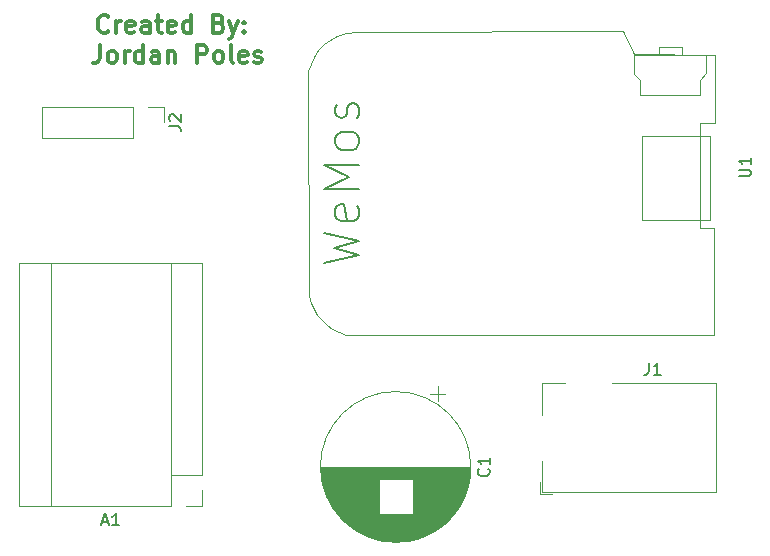
<source format=gbr>
G04 #@! TF.GenerationSoftware,KiCad,Pcbnew,(5.0.0)*
G04 #@! TF.CreationDate,2018-09-27T22:56:36-04:00*
G04 #@! TF.ProjectId,first attempt,666972737420617474656D70742E6B69,rev?*
G04 #@! TF.SameCoordinates,Original*
G04 #@! TF.FileFunction,Legend,Top*
G04 #@! TF.FilePolarity,Positive*
%FSLAX46Y46*%
G04 Gerber Fmt 4.6, Leading zero omitted, Abs format (unit mm)*
G04 Created by KiCad (PCBNEW (5.0.0)) date 09/27/18 22:56:36*
%MOMM*%
%LPD*%
G01*
G04 APERTURE LIST*
%ADD10C,0.300000*%
%ADD11C,0.120000*%
%ADD12C,0.100000*%
%ADD13C,0.150000*%
G04 APERTURE END LIST*
D10*
X163652142Y-81810714D02*
X163580714Y-81882142D01*
X163366428Y-81953571D01*
X163223571Y-81953571D01*
X163009285Y-81882142D01*
X162866428Y-81739285D01*
X162795000Y-81596428D01*
X162723571Y-81310714D01*
X162723571Y-81096428D01*
X162795000Y-80810714D01*
X162866428Y-80667857D01*
X163009285Y-80525000D01*
X163223571Y-80453571D01*
X163366428Y-80453571D01*
X163580714Y-80525000D01*
X163652142Y-80596428D01*
X164295000Y-81953571D02*
X164295000Y-80953571D01*
X164295000Y-81239285D02*
X164366428Y-81096428D01*
X164437857Y-81025000D01*
X164580714Y-80953571D01*
X164723571Y-80953571D01*
X165795000Y-81882142D02*
X165652142Y-81953571D01*
X165366428Y-81953571D01*
X165223571Y-81882142D01*
X165152142Y-81739285D01*
X165152142Y-81167857D01*
X165223571Y-81025000D01*
X165366428Y-80953571D01*
X165652142Y-80953571D01*
X165795000Y-81025000D01*
X165866428Y-81167857D01*
X165866428Y-81310714D01*
X165152142Y-81453571D01*
X167152142Y-81953571D02*
X167152142Y-81167857D01*
X167080714Y-81025000D01*
X166937857Y-80953571D01*
X166652142Y-80953571D01*
X166509285Y-81025000D01*
X167152142Y-81882142D02*
X167009285Y-81953571D01*
X166652142Y-81953571D01*
X166509285Y-81882142D01*
X166437857Y-81739285D01*
X166437857Y-81596428D01*
X166509285Y-81453571D01*
X166652142Y-81382142D01*
X167009285Y-81382142D01*
X167152142Y-81310714D01*
X167652142Y-80953571D02*
X168223571Y-80953571D01*
X167866428Y-80453571D02*
X167866428Y-81739285D01*
X167937857Y-81882142D01*
X168080714Y-81953571D01*
X168223571Y-81953571D01*
X169295000Y-81882142D02*
X169152142Y-81953571D01*
X168866428Y-81953571D01*
X168723571Y-81882142D01*
X168652142Y-81739285D01*
X168652142Y-81167857D01*
X168723571Y-81025000D01*
X168866428Y-80953571D01*
X169152142Y-80953571D01*
X169295000Y-81025000D01*
X169366428Y-81167857D01*
X169366428Y-81310714D01*
X168652142Y-81453571D01*
X170652142Y-81953571D02*
X170652142Y-80453571D01*
X170652142Y-81882142D02*
X170509285Y-81953571D01*
X170223571Y-81953571D01*
X170080714Y-81882142D01*
X170009285Y-81810714D01*
X169937857Y-81667857D01*
X169937857Y-81239285D01*
X170009285Y-81096428D01*
X170080714Y-81025000D01*
X170223571Y-80953571D01*
X170509285Y-80953571D01*
X170652142Y-81025000D01*
X173009285Y-81167857D02*
X173223571Y-81239285D01*
X173295000Y-81310714D01*
X173366428Y-81453571D01*
X173366428Y-81667857D01*
X173295000Y-81810714D01*
X173223571Y-81882142D01*
X173080714Y-81953571D01*
X172509285Y-81953571D01*
X172509285Y-80453571D01*
X173009285Y-80453571D01*
X173152142Y-80525000D01*
X173223571Y-80596428D01*
X173295000Y-80739285D01*
X173295000Y-80882142D01*
X173223571Y-81025000D01*
X173152142Y-81096428D01*
X173009285Y-81167857D01*
X172509285Y-81167857D01*
X173866428Y-80953571D02*
X174223571Y-81953571D01*
X174580714Y-80953571D02*
X174223571Y-81953571D01*
X174080714Y-82310714D01*
X174009285Y-82382142D01*
X173866428Y-82453571D01*
X175152142Y-81810714D02*
X175223571Y-81882142D01*
X175152142Y-81953571D01*
X175080714Y-81882142D01*
X175152142Y-81810714D01*
X175152142Y-81953571D01*
X175152142Y-81025000D02*
X175223571Y-81096428D01*
X175152142Y-81167857D01*
X175080714Y-81096428D01*
X175152142Y-81025000D01*
X175152142Y-81167857D01*
X162937857Y-83003571D02*
X162937857Y-84075000D01*
X162866428Y-84289285D01*
X162723571Y-84432142D01*
X162509285Y-84503571D01*
X162366428Y-84503571D01*
X163866428Y-84503571D02*
X163723571Y-84432142D01*
X163652142Y-84360714D01*
X163580714Y-84217857D01*
X163580714Y-83789285D01*
X163652142Y-83646428D01*
X163723571Y-83575000D01*
X163866428Y-83503571D01*
X164080714Y-83503571D01*
X164223571Y-83575000D01*
X164295000Y-83646428D01*
X164366428Y-83789285D01*
X164366428Y-84217857D01*
X164295000Y-84360714D01*
X164223571Y-84432142D01*
X164080714Y-84503571D01*
X163866428Y-84503571D01*
X165009285Y-84503571D02*
X165009285Y-83503571D01*
X165009285Y-83789285D02*
X165080714Y-83646428D01*
X165152142Y-83575000D01*
X165295000Y-83503571D01*
X165437857Y-83503571D01*
X166580714Y-84503571D02*
X166580714Y-83003571D01*
X166580714Y-84432142D02*
X166437857Y-84503571D01*
X166152142Y-84503571D01*
X166009285Y-84432142D01*
X165937857Y-84360714D01*
X165866428Y-84217857D01*
X165866428Y-83789285D01*
X165937857Y-83646428D01*
X166009285Y-83575000D01*
X166152142Y-83503571D01*
X166437857Y-83503571D01*
X166580714Y-83575000D01*
X167937857Y-84503571D02*
X167937857Y-83717857D01*
X167866428Y-83575000D01*
X167723571Y-83503571D01*
X167437857Y-83503571D01*
X167295000Y-83575000D01*
X167937857Y-84432142D02*
X167795000Y-84503571D01*
X167437857Y-84503571D01*
X167295000Y-84432142D01*
X167223571Y-84289285D01*
X167223571Y-84146428D01*
X167295000Y-84003571D01*
X167437857Y-83932142D01*
X167795000Y-83932142D01*
X167937857Y-83860714D01*
X168652142Y-83503571D02*
X168652142Y-84503571D01*
X168652142Y-83646428D02*
X168723571Y-83575000D01*
X168866428Y-83503571D01*
X169080714Y-83503571D01*
X169223571Y-83575000D01*
X169295000Y-83717857D01*
X169295000Y-84503571D01*
X171152142Y-84503571D02*
X171152142Y-83003571D01*
X171723571Y-83003571D01*
X171866428Y-83075000D01*
X171937857Y-83146428D01*
X172009285Y-83289285D01*
X172009285Y-83503571D01*
X171937857Y-83646428D01*
X171866428Y-83717857D01*
X171723571Y-83789285D01*
X171152142Y-83789285D01*
X172866428Y-84503571D02*
X172723571Y-84432142D01*
X172652142Y-84360714D01*
X172580714Y-84217857D01*
X172580714Y-83789285D01*
X172652142Y-83646428D01*
X172723571Y-83575000D01*
X172866428Y-83503571D01*
X173080714Y-83503571D01*
X173223571Y-83575000D01*
X173295000Y-83646428D01*
X173366428Y-83789285D01*
X173366428Y-84217857D01*
X173295000Y-84360714D01*
X173223571Y-84432142D01*
X173080714Y-84503571D01*
X172866428Y-84503571D01*
X174223571Y-84503571D02*
X174080714Y-84432142D01*
X174009285Y-84289285D01*
X174009285Y-83003571D01*
X175366428Y-84432142D02*
X175223571Y-84503571D01*
X174937857Y-84503571D01*
X174795000Y-84432142D01*
X174723571Y-84289285D01*
X174723571Y-83717857D01*
X174795000Y-83575000D01*
X174937857Y-83503571D01*
X175223571Y-83503571D01*
X175366428Y-83575000D01*
X175437857Y-83717857D01*
X175437857Y-83860714D01*
X174723571Y-84003571D01*
X176009285Y-84432142D02*
X176152142Y-84503571D01*
X176437857Y-84503571D01*
X176580714Y-84432142D01*
X176652142Y-84289285D01*
X176652142Y-84217857D01*
X176580714Y-84075000D01*
X176437857Y-84003571D01*
X176223571Y-84003571D01*
X176080714Y-83932142D01*
X176009285Y-83789285D01*
X176009285Y-83717857D01*
X176080714Y-83575000D01*
X176223571Y-83503571D01*
X176437857Y-83503571D01*
X176580714Y-83575000D01*
D11*
G04 #@! TO.C,J1*
X200195000Y-119955000D02*
X200195000Y-121005000D01*
X201245000Y-121005000D02*
X200195000Y-121005000D01*
X206295000Y-111605000D02*
X215095000Y-111605000D01*
X215095000Y-111605000D02*
X215095000Y-120805000D01*
X200395000Y-114305000D02*
X200395000Y-111605000D01*
X200395000Y-111605000D02*
X202295000Y-111605000D01*
X215095000Y-120805000D02*
X200395000Y-120805000D01*
X200395000Y-120805000D02*
X200395000Y-118205000D01*
D12*
G04 #@! TO.C,U1*
X215032228Y-83797528D02*
X215032228Y-89608820D01*
X215032228Y-89608820D02*
X213748795Y-89635151D01*
X213748795Y-89635151D02*
X213755483Y-98466373D01*
X213755483Y-98466373D02*
X214957736Y-98464397D01*
X214957736Y-98464397D02*
X214931658Y-107545193D01*
X214931658Y-107545193D02*
X183761507Y-107531195D01*
X183761507Y-107531195D02*
X183158714Y-107298384D01*
X183158714Y-107298384D02*
X182613833Y-107014901D01*
X182613833Y-107014901D02*
X182127423Y-106680253D01*
X182127423Y-106680253D02*
X181700048Y-106293953D01*
X181700048Y-106293953D02*
X181332259Y-105855512D01*
X181332259Y-105855512D02*
X181024623Y-105364440D01*
X181024623Y-105364440D02*
X180777690Y-104820250D01*
X180777690Y-104820250D02*
X180592024Y-104222453D01*
X180592024Y-104222453D02*
X180563266Y-85184540D01*
X180563266Y-85184540D02*
X180797259Y-84565176D01*
X180797259Y-84565176D02*
X181081742Y-83976982D01*
X181081742Y-83976982D02*
X181431257Y-83433555D01*
X181431257Y-83433555D02*
X181860342Y-82948497D01*
X181860342Y-82948497D02*
X182383540Y-82535405D01*
X182383540Y-82535405D02*
X183015387Y-82207878D01*
X183015387Y-82207878D02*
X183770425Y-81979518D01*
X183770425Y-81979518D02*
X184663193Y-81863922D01*
X184663193Y-81863922D02*
X207218285Y-81838974D01*
X207218285Y-81838974D02*
X208179181Y-83782520D01*
X208179181Y-83782520D02*
X214987524Y-83812314D01*
X208806451Y-97794650D02*
X208806451Y-90655069D01*
X208806451Y-90655069D02*
X214620188Y-90655069D01*
X214620188Y-90655069D02*
X214620188Y-97794650D01*
X214620188Y-97794650D02*
X208806451Y-97794650D01*
X208157349Y-83871400D02*
X208157349Y-85423622D01*
X208157349Y-85423622D02*
X208686515Y-85952789D01*
X208686515Y-85952789D02*
X208686515Y-87205150D01*
X208686515Y-87205150D02*
X213748876Y-87205150D01*
X213748876Y-87205150D02*
X213748876Y-85917511D01*
X213748876Y-85917511D02*
X214242765Y-85388344D01*
X214242765Y-85388344D02*
X214242765Y-83818483D01*
X214242765Y-83818483D02*
X208157349Y-83871400D01*
X210238738Y-83836122D02*
X210238738Y-83183483D01*
X210238738Y-83183483D02*
X212231932Y-83183483D01*
X212231932Y-83183483D02*
X212231932Y-83800844D01*
D11*
G04 #@! TO.C,A1*
X158750000Y-122050000D02*
X158750000Y-101470000D01*
X168910000Y-119380000D02*
X168910000Y-101470000D01*
X170180000Y-122050000D02*
X171580000Y-122050000D01*
X171580000Y-122050000D02*
X171580000Y-120650000D01*
X168910000Y-122050000D02*
X168910000Y-119380000D01*
X168910000Y-119380000D02*
X171580000Y-119380000D01*
X171580000Y-119380000D02*
X171580000Y-101470000D01*
X171580000Y-101470000D02*
X156080000Y-101470000D01*
X156080000Y-101470000D02*
X156080000Y-122050000D01*
X156080000Y-122050000D02*
X168910000Y-122050000D01*
G04 #@! TO.C,C1*
X194330000Y-118705000D02*
G75*
G03X194330000Y-118705000I-6370000J0D01*
G01*
X194290000Y-118705000D02*
X181630000Y-118705000D01*
X194290000Y-118745000D02*
X181630000Y-118745000D01*
X194290000Y-118785000D02*
X181630000Y-118785000D01*
X194289000Y-118825000D02*
X181631000Y-118825000D01*
X194288000Y-118865000D02*
X181632000Y-118865000D01*
X194287000Y-118905000D02*
X181633000Y-118905000D01*
X194286000Y-118945000D02*
X181634000Y-118945000D01*
X194284000Y-118985000D02*
X181636000Y-118985000D01*
X194282000Y-119025000D02*
X181638000Y-119025000D01*
X194280000Y-119065000D02*
X181640000Y-119065000D01*
X194278000Y-119105000D02*
X181642000Y-119105000D01*
X194275000Y-119145000D02*
X181645000Y-119145000D01*
X194272000Y-119185000D02*
X181648000Y-119185000D01*
X194269000Y-119225000D02*
X181651000Y-119225000D01*
X194266000Y-119265000D02*
X181654000Y-119265000D01*
X194262000Y-119305000D02*
X181658000Y-119305000D01*
X194258000Y-119345000D02*
X181662000Y-119345000D01*
X194254000Y-119385000D02*
X181666000Y-119385000D01*
X194250000Y-119426000D02*
X181670000Y-119426000D01*
X194245000Y-119466000D02*
X181675000Y-119466000D01*
X194240000Y-119506000D02*
X181680000Y-119506000D01*
X194235000Y-119546000D02*
X181685000Y-119546000D01*
X194229000Y-119586000D02*
X181691000Y-119586000D01*
X194224000Y-119626000D02*
X181696000Y-119626000D01*
X194218000Y-119666000D02*
X181702000Y-119666000D01*
X194212000Y-119706000D02*
X181708000Y-119706000D01*
X194205000Y-119746000D02*
X181715000Y-119746000D01*
X194198000Y-119786000D02*
X189400000Y-119786000D01*
X186520000Y-119786000D02*
X181722000Y-119786000D01*
X194191000Y-119826000D02*
X189400000Y-119826000D01*
X186520000Y-119826000D02*
X181729000Y-119826000D01*
X194184000Y-119866000D02*
X189400000Y-119866000D01*
X186520000Y-119866000D02*
X181736000Y-119866000D01*
X194176000Y-119906000D02*
X189400000Y-119906000D01*
X186520000Y-119906000D02*
X181744000Y-119906000D01*
X194169000Y-119946000D02*
X189400000Y-119946000D01*
X186520000Y-119946000D02*
X181751000Y-119946000D01*
X194161000Y-119986000D02*
X189400000Y-119986000D01*
X186520000Y-119986000D02*
X181759000Y-119986000D01*
X194152000Y-120026000D02*
X189400000Y-120026000D01*
X186520000Y-120026000D02*
X181768000Y-120026000D01*
X194144000Y-120066000D02*
X189400000Y-120066000D01*
X186520000Y-120066000D02*
X181776000Y-120066000D01*
X194135000Y-120106000D02*
X189400000Y-120106000D01*
X186520000Y-120106000D02*
X181785000Y-120106000D01*
X194126000Y-120146000D02*
X189400000Y-120146000D01*
X186520000Y-120146000D02*
X181794000Y-120146000D01*
X194116000Y-120186000D02*
X189400000Y-120186000D01*
X186520000Y-120186000D02*
X181804000Y-120186000D01*
X194106000Y-120226000D02*
X189400000Y-120226000D01*
X186520000Y-120226000D02*
X181814000Y-120226000D01*
X194097000Y-120266000D02*
X189400000Y-120266000D01*
X186520000Y-120266000D02*
X181823000Y-120266000D01*
X194086000Y-120306000D02*
X189400000Y-120306000D01*
X186520000Y-120306000D02*
X181834000Y-120306000D01*
X194076000Y-120346000D02*
X189400000Y-120346000D01*
X186520000Y-120346000D02*
X181844000Y-120346000D01*
X194065000Y-120386000D02*
X189400000Y-120386000D01*
X186520000Y-120386000D02*
X181855000Y-120386000D01*
X194054000Y-120426000D02*
X189400000Y-120426000D01*
X186520000Y-120426000D02*
X181866000Y-120426000D01*
X194043000Y-120466000D02*
X189400000Y-120466000D01*
X186520000Y-120466000D02*
X181877000Y-120466000D01*
X194031000Y-120506000D02*
X189400000Y-120506000D01*
X186520000Y-120506000D02*
X181889000Y-120506000D01*
X194019000Y-120546000D02*
X189400000Y-120546000D01*
X186520000Y-120546000D02*
X181901000Y-120546000D01*
X194007000Y-120586000D02*
X189400000Y-120586000D01*
X186520000Y-120586000D02*
X181913000Y-120586000D01*
X193994000Y-120626000D02*
X189400000Y-120626000D01*
X186520000Y-120626000D02*
X181926000Y-120626000D01*
X193981000Y-120666000D02*
X189400000Y-120666000D01*
X186520000Y-120666000D02*
X181939000Y-120666000D01*
X193968000Y-120706000D02*
X189400000Y-120706000D01*
X186520000Y-120706000D02*
X181952000Y-120706000D01*
X193955000Y-120746000D02*
X189400000Y-120746000D01*
X186520000Y-120746000D02*
X181965000Y-120746000D01*
X193941000Y-120786000D02*
X189400000Y-120786000D01*
X186520000Y-120786000D02*
X181979000Y-120786000D01*
X193927000Y-120826000D02*
X189400000Y-120826000D01*
X186520000Y-120826000D02*
X181993000Y-120826000D01*
X193913000Y-120866000D02*
X189400000Y-120866000D01*
X186520000Y-120866000D02*
X182007000Y-120866000D01*
X193899000Y-120906000D02*
X189400000Y-120906000D01*
X186520000Y-120906000D02*
X182021000Y-120906000D01*
X193884000Y-120946000D02*
X189400000Y-120946000D01*
X186520000Y-120946000D02*
X182036000Y-120946000D01*
X193868000Y-120986000D02*
X189400000Y-120986000D01*
X186520000Y-120986000D02*
X182052000Y-120986000D01*
X193853000Y-121026000D02*
X189400000Y-121026000D01*
X186520000Y-121026000D02*
X182067000Y-121026000D01*
X193837000Y-121066000D02*
X189400000Y-121066000D01*
X186520000Y-121066000D02*
X182083000Y-121066000D01*
X193821000Y-121106000D02*
X189400000Y-121106000D01*
X186520000Y-121106000D02*
X182099000Y-121106000D01*
X193805000Y-121146000D02*
X189400000Y-121146000D01*
X186520000Y-121146000D02*
X182115000Y-121146000D01*
X193788000Y-121186000D02*
X189400000Y-121186000D01*
X186520000Y-121186000D02*
X182132000Y-121186000D01*
X193771000Y-121226000D02*
X189400000Y-121226000D01*
X186520000Y-121226000D02*
X182149000Y-121226000D01*
X193753000Y-121266000D02*
X189400000Y-121266000D01*
X186520000Y-121266000D02*
X182167000Y-121266000D01*
X193736000Y-121306000D02*
X189400000Y-121306000D01*
X186520000Y-121306000D02*
X182184000Y-121306000D01*
X193718000Y-121346000D02*
X189400000Y-121346000D01*
X186520000Y-121346000D02*
X182202000Y-121346000D01*
X193699000Y-121386000D02*
X189400000Y-121386000D01*
X186520000Y-121386000D02*
X182221000Y-121386000D01*
X193681000Y-121426000D02*
X189400000Y-121426000D01*
X186520000Y-121426000D02*
X182239000Y-121426000D01*
X193662000Y-121466000D02*
X189400000Y-121466000D01*
X186520000Y-121466000D02*
X182258000Y-121466000D01*
X193642000Y-121506000D02*
X189400000Y-121506000D01*
X186520000Y-121506000D02*
X182278000Y-121506000D01*
X193622000Y-121546000D02*
X189400000Y-121546000D01*
X186520000Y-121546000D02*
X182298000Y-121546000D01*
X193602000Y-121586000D02*
X189400000Y-121586000D01*
X186520000Y-121586000D02*
X182318000Y-121586000D01*
X193582000Y-121626000D02*
X189400000Y-121626000D01*
X186520000Y-121626000D02*
X182338000Y-121626000D01*
X193561000Y-121666000D02*
X189400000Y-121666000D01*
X186520000Y-121666000D02*
X182359000Y-121666000D01*
X193540000Y-121706000D02*
X189400000Y-121706000D01*
X186520000Y-121706000D02*
X182380000Y-121706000D01*
X193518000Y-121746000D02*
X189400000Y-121746000D01*
X186520000Y-121746000D02*
X182402000Y-121746000D01*
X193496000Y-121786000D02*
X189400000Y-121786000D01*
X186520000Y-121786000D02*
X182424000Y-121786000D01*
X193474000Y-121826000D02*
X189400000Y-121826000D01*
X186520000Y-121826000D02*
X182446000Y-121826000D01*
X193451000Y-121866000D02*
X189400000Y-121866000D01*
X186520000Y-121866000D02*
X182469000Y-121866000D01*
X193428000Y-121906000D02*
X189400000Y-121906000D01*
X186520000Y-121906000D02*
X182492000Y-121906000D01*
X193405000Y-121946000D02*
X189400000Y-121946000D01*
X186520000Y-121946000D02*
X182515000Y-121946000D01*
X193381000Y-121986000D02*
X189400000Y-121986000D01*
X186520000Y-121986000D02*
X182539000Y-121986000D01*
X193357000Y-122026000D02*
X189400000Y-122026000D01*
X186520000Y-122026000D02*
X182563000Y-122026000D01*
X193332000Y-122066000D02*
X189400000Y-122066000D01*
X186520000Y-122066000D02*
X182588000Y-122066000D01*
X193307000Y-122106000D02*
X189400000Y-122106000D01*
X186520000Y-122106000D02*
X182613000Y-122106000D01*
X193282000Y-122146000D02*
X189400000Y-122146000D01*
X186520000Y-122146000D02*
X182638000Y-122146000D01*
X193256000Y-122186000D02*
X189400000Y-122186000D01*
X186520000Y-122186000D02*
X182664000Y-122186000D01*
X193230000Y-122226000D02*
X189400000Y-122226000D01*
X186520000Y-122226000D02*
X182690000Y-122226000D01*
X193203000Y-122266000D02*
X189400000Y-122266000D01*
X186520000Y-122266000D02*
X182717000Y-122266000D01*
X193176000Y-122306000D02*
X189400000Y-122306000D01*
X186520000Y-122306000D02*
X182744000Y-122306000D01*
X193148000Y-122346000D02*
X189400000Y-122346000D01*
X186520000Y-122346000D02*
X182772000Y-122346000D01*
X193120000Y-122386000D02*
X189400000Y-122386000D01*
X186520000Y-122386000D02*
X182800000Y-122386000D01*
X193091000Y-122426000D02*
X189400000Y-122426000D01*
X186520000Y-122426000D02*
X182829000Y-122426000D01*
X193062000Y-122466000D02*
X189400000Y-122466000D01*
X186520000Y-122466000D02*
X182858000Y-122466000D01*
X193033000Y-122506000D02*
X189400000Y-122506000D01*
X186520000Y-122506000D02*
X182887000Y-122506000D01*
X193003000Y-122546000D02*
X189400000Y-122546000D01*
X186520000Y-122546000D02*
X182917000Y-122546000D01*
X192972000Y-122586000D02*
X189400000Y-122586000D01*
X186520000Y-122586000D02*
X182948000Y-122586000D01*
X192942000Y-122626000D02*
X189400000Y-122626000D01*
X186520000Y-122626000D02*
X182978000Y-122626000D01*
X192910000Y-122666000D02*
X183010000Y-122666000D01*
X192878000Y-122706000D02*
X183042000Y-122706000D01*
X192845000Y-122746000D02*
X183075000Y-122746000D01*
X192812000Y-122786000D02*
X183108000Y-122786000D01*
X192779000Y-122826000D02*
X183141000Y-122826000D01*
X192745000Y-122866000D02*
X183175000Y-122866000D01*
X192710000Y-122906000D02*
X183210000Y-122906000D01*
X192674000Y-122946000D02*
X183246000Y-122946000D01*
X192638000Y-122986000D02*
X183282000Y-122986000D01*
X192602000Y-123026000D02*
X183318000Y-123026000D01*
X192565000Y-123066000D02*
X183355000Y-123066000D01*
X192527000Y-123106000D02*
X183393000Y-123106000D01*
X192488000Y-123146000D02*
X183432000Y-123146000D01*
X192449000Y-123186000D02*
X183471000Y-123186000D01*
X192409000Y-123226000D02*
X183511000Y-123226000D01*
X192368000Y-123266000D02*
X183552000Y-123266000D01*
X192327000Y-123306000D02*
X183593000Y-123306000D01*
X192285000Y-123346000D02*
X183635000Y-123346000D01*
X192242000Y-123386000D02*
X183678000Y-123386000D01*
X192198000Y-123426000D02*
X183722000Y-123426000D01*
X192154000Y-123466000D02*
X183766000Y-123466000D01*
X192108000Y-123506000D02*
X183812000Y-123506000D01*
X192062000Y-123546000D02*
X183858000Y-123546000D01*
X192015000Y-123586000D02*
X183905000Y-123586000D01*
X191967000Y-123626000D02*
X183953000Y-123626000D01*
X191917000Y-123666000D02*
X184003000Y-123666000D01*
X191867000Y-123706000D02*
X184053000Y-123706000D01*
X191816000Y-123746000D02*
X184104000Y-123746000D01*
X191764000Y-123786000D02*
X184156000Y-123786000D01*
X191710000Y-123826000D02*
X184210000Y-123826000D01*
X191656000Y-123866000D02*
X184264000Y-123866000D01*
X191600000Y-123906000D02*
X184320000Y-123906000D01*
X191543000Y-123946000D02*
X184377000Y-123946000D01*
X191484000Y-123986000D02*
X184436000Y-123986000D01*
X191424000Y-124026000D02*
X184496000Y-124026000D01*
X191362000Y-124066000D02*
X184558000Y-124066000D01*
X191299000Y-124106000D02*
X184621000Y-124106000D01*
X191235000Y-124146000D02*
X184685000Y-124146000D01*
X191168000Y-124186000D02*
X184752000Y-124186000D01*
X191100000Y-124226000D02*
X184820000Y-124226000D01*
X191029000Y-124266000D02*
X184891000Y-124266000D01*
X190956000Y-124306000D02*
X184964000Y-124306000D01*
X190881000Y-124346000D02*
X185039000Y-124346000D01*
X190804000Y-124386000D02*
X185116000Y-124386000D01*
X190724000Y-124426000D02*
X185196000Y-124426000D01*
X190641000Y-124466000D02*
X185279000Y-124466000D01*
X190554000Y-124506000D02*
X185366000Y-124506000D01*
X190464000Y-124546000D02*
X185456000Y-124546000D01*
X190370000Y-124586000D02*
X185550000Y-124586000D01*
X190272000Y-124626000D02*
X185648000Y-124626000D01*
X190169000Y-124666000D02*
X185751000Y-124666000D01*
X190060000Y-124706000D02*
X185860000Y-124706000D01*
X189944000Y-124746000D02*
X185976000Y-124746000D01*
X189821000Y-124786000D02*
X186099000Y-124786000D01*
X189688000Y-124826000D02*
X186232000Y-124826000D01*
X189543000Y-124866000D02*
X186377000Y-124866000D01*
X189382000Y-124906000D02*
X186538000Y-124906000D01*
X189201000Y-124946000D02*
X186719000Y-124946000D01*
X188988000Y-124986000D02*
X186932000Y-124986000D01*
X188717000Y-125026000D02*
X187203000Y-125026000D01*
X188277000Y-125066000D02*
X187643000Y-125066000D01*
X191535000Y-111887918D02*
X191535000Y-113137918D01*
X192160000Y-112512918D02*
X190910000Y-112512918D01*
G04 #@! TO.C,J2*
X168335000Y-88205000D02*
X168335000Y-89535000D01*
X167005000Y-88205000D02*
X168335000Y-88205000D01*
X165735000Y-88205000D02*
X165735000Y-90865000D01*
X165735000Y-90865000D02*
X158055000Y-90865000D01*
X165735000Y-88205000D02*
X158055000Y-88205000D01*
X158055000Y-88205000D02*
X158055000Y-90865000D01*
G04 #@! TO.C,J1*
D13*
X209411666Y-109907380D02*
X209411666Y-110621666D01*
X209364047Y-110764523D01*
X209268809Y-110859761D01*
X209125952Y-110907380D01*
X209030714Y-110907380D01*
X210411666Y-110907380D02*
X209840238Y-110907380D01*
X210125952Y-110907380D02*
X210125952Y-109907380D01*
X210030714Y-110050238D01*
X209935476Y-110145476D01*
X209840238Y-110193095D01*
G04 #@! TO.C,U1*
X217017380Y-94106904D02*
X217826904Y-94106904D01*
X217922142Y-94059285D01*
X217969761Y-94011666D01*
X218017380Y-93916428D01*
X218017380Y-93725952D01*
X217969761Y-93630714D01*
X217922142Y-93583095D01*
X217826904Y-93535476D01*
X217017380Y-93535476D01*
X218017380Y-92535476D02*
X218017380Y-93106904D01*
X218017380Y-92821190D02*
X217017380Y-92821190D01*
X217160238Y-92916428D01*
X217255476Y-93011666D01*
X217303095Y-93106904D01*
X181872142Y-101472142D02*
X184872142Y-100757857D01*
X182729285Y-100186428D01*
X184872142Y-99615000D01*
X181872142Y-98900714D01*
X184729285Y-96615000D02*
X184872142Y-96900714D01*
X184872142Y-97472142D01*
X184729285Y-97757857D01*
X184443571Y-97900714D01*
X183300714Y-97900714D01*
X183015000Y-97757857D01*
X182872142Y-97472142D01*
X182872142Y-96900714D01*
X183015000Y-96615000D01*
X183300714Y-96472142D01*
X183586428Y-96472142D01*
X183872142Y-97900714D01*
X184872142Y-95186428D02*
X181872142Y-95186428D01*
X184015000Y-94186428D01*
X181872142Y-93186428D01*
X184872142Y-93186428D01*
X184872142Y-91329285D02*
X184729285Y-91615000D01*
X184586428Y-91757857D01*
X184300714Y-91900714D01*
X183443571Y-91900714D01*
X183157857Y-91757857D01*
X183015000Y-91615000D01*
X182872142Y-91329285D01*
X182872142Y-90900714D01*
X183015000Y-90615000D01*
X183157857Y-90472142D01*
X183443571Y-90329285D01*
X184300714Y-90329285D01*
X184586428Y-90472142D01*
X184729285Y-90615000D01*
X184872142Y-90900714D01*
X184872142Y-91329285D01*
X184729285Y-89186428D02*
X184872142Y-88900714D01*
X184872142Y-88329285D01*
X184729285Y-88043571D01*
X184443571Y-87900714D01*
X184300714Y-87900714D01*
X184015000Y-88043571D01*
X183872142Y-88329285D01*
X183872142Y-88757857D01*
X183729285Y-89043571D01*
X183443571Y-89186428D01*
X183300714Y-89186428D01*
X183015000Y-89043571D01*
X182872142Y-88757857D01*
X182872142Y-88329285D01*
X183015000Y-88043571D01*
G04 #@! TO.C,A1*
X163115714Y-123356666D02*
X163591904Y-123356666D01*
X163020476Y-123642380D02*
X163353809Y-122642380D01*
X163687142Y-123642380D01*
X164544285Y-123642380D02*
X163972857Y-123642380D01*
X164258571Y-123642380D02*
X164258571Y-122642380D01*
X164163333Y-122785238D01*
X164068095Y-122880476D01*
X163972857Y-122928095D01*
G04 #@! TO.C,C1*
X195817142Y-118871666D02*
X195864761Y-118919285D01*
X195912380Y-119062142D01*
X195912380Y-119157380D01*
X195864761Y-119300238D01*
X195769523Y-119395476D01*
X195674285Y-119443095D01*
X195483809Y-119490714D01*
X195340952Y-119490714D01*
X195150476Y-119443095D01*
X195055238Y-119395476D01*
X194960000Y-119300238D01*
X194912380Y-119157380D01*
X194912380Y-119062142D01*
X194960000Y-118919285D01*
X195007619Y-118871666D01*
X195912380Y-117919285D02*
X195912380Y-118490714D01*
X195912380Y-118205000D02*
X194912380Y-118205000D01*
X195055238Y-118300238D01*
X195150476Y-118395476D01*
X195198095Y-118490714D01*
G04 #@! TO.C,J2*
X168787380Y-89868333D02*
X169501666Y-89868333D01*
X169644523Y-89915952D01*
X169739761Y-90011190D01*
X169787380Y-90154047D01*
X169787380Y-90249285D01*
X168882619Y-89439761D02*
X168835000Y-89392142D01*
X168787380Y-89296904D01*
X168787380Y-89058809D01*
X168835000Y-88963571D01*
X168882619Y-88915952D01*
X168977857Y-88868333D01*
X169073095Y-88868333D01*
X169215952Y-88915952D01*
X169787380Y-89487380D01*
X169787380Y-88868333D01*
G04 #@! TD*
M02*

</source>
